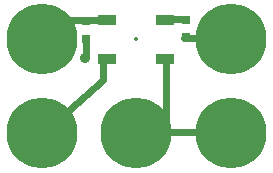
<source format=gtl>
%TF.GenerationSoftware,KiCad,Pcbnew,4.0.5-e0-6337~49~ubuntu16.04.1*%
%TF.CreationDate,2017-07-08T22:41:08-07:00*%
%TF.ProjectId,2x3-RGB-LED-NeoPixel-SMT,3278332D5247422D4C45442D4E656F50,1.0*%
%TF.FileFunction,Copper,L1,Top,Signal*%
%FSLAX46Y46*%
G04 Gerber Fmt 4.6, Leading zero omitted, Abs format (unit mm)*
G04 Created by KiCad (PCBNEW 4.0.5-e0-6337~49~ubuntu16.04.1) date Sat Jul  8 22:41:08 2017*
%MOMM*%
%LPD*%
G01*
G04 APERTURE LIST*
%ADD10C,0.350000*%
%ADD11C,0.600000*%
%ADD12C,6.000000*%
%ADD13R,0.750000X0.800000*%
%ADD14R,1.498600X0.889000*%
%ADD15C,0.914400*%
%ADD16C,0.350000*%
G04 APERTURE END LIST*
D10*
D11*
X24500000Y-31625000D02*
X26200000Y-31625000D01*
X26150000Y-33200000D02*
X27850000Y-33200000D01*
X24625000Y-41250000D02*
X24625000Y-35025000D01*
X29100000Y-41200000D02*
X22875000Y-41200000D01*
X15125000Y-31700000D02*
X19475000Y-31675000D01*
X17800000Y-34875000D02*
X17800000Y-33200000D01*
X19300000Y-36725000D02*
X19300000Y-35050000D01*
X14125000Y-41350000D02*
X19300000Y-36750000D01*
D12*
X14100000Y-41300000D03*
X14100000Y-33300000D03*
X22100000Y-41300000D03*
X30100000Y-33300000D03*
X30100000Y-41300000D03*
D13*
X17825000Y-31775000D03*
X17825000Y-33275000D03*
D14*
X19611600Y-31674000D03*
X19611600Y-34976000D03*
X24488400Y-34976000D03*
X24488400Y-31674000D03*
D13*
X26325000Y-33175000D03*
X26325000Y-31675000D03*
D15*
X17750000Y-34900000D03*
D16*
X14100000Y-41300000D03*
X14100000Y-33300000D03*
X22100000Y-41300000D03*
X22100000Y-33300000D03*
X30100000Y-33300000D03*
X30100000Y-41300000D03*
X17750000Y-34900000D03*
M02*

</source>
